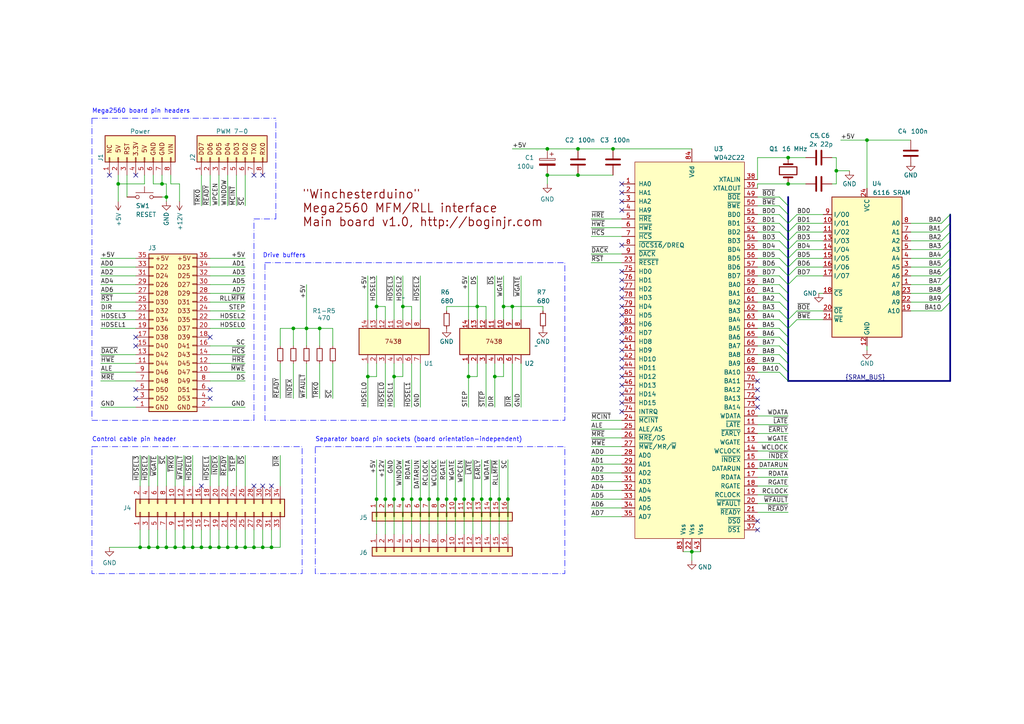
<source format=kicad_sch>
(kicad_sch (version 20250114) (generator "eeschema") (generator_version "9.0")
  (paper "A4")
  (lib_symbols
    (symbol "74xx:74HCT4051"
      (property "Reference" "U?" (at -10.922 2.794 0))
      (symbol "74HCT4051_1_1"
        (text "7438" (at -0.254 0 0) (effects (font (size 1.27 1.27))))
        (pin power_in line (at -7.62 6.35 270) (length 2.54) (name "") (number "14"))
        (pin passive line (at -7.62 -6.35 90) (length 2.54) (name "") (number "1"))
        (pin passive line (at -5.08 6.35 270) (length 2.54) (name "") (number "13"))
        (pin passive line (at -5.08 -6.35 90) (length 2.54) (name "") (number "2"))
        (pin passive line (at -2.54 6.35 270) (length 2.54) (name "") (number "12"))
        (pin passive line (at -2.54 -6.35 90) (length 2.54) (name "") (number "3"))
        (pin passive line (at 0 6.35 270) (length 2.54) (name "") (number "11"))
        (pin passive line (at 0 -6.35 90) (length 2.54) (name "") (number "4"))
        (pin passive line (at 2.54 6.35 270) (length 2.54) (name "") (number "10"))
        (pin passive line (at 2.54 -6.35 90) (length 2.54) (name "") (number "5"))
        (pin passive line (at 5.08 6.35 270) (length 2.54) (name "") (number "9"))
        (pin passive line (at 5.08 -6.35 90) (length 2.54) (name "") (number "6"))
        (pin passive line (at 7.62 6.35 270) (length 2.54) (name "") (number "8"))
        (pin power_in line (at 7.62 -6.35 90) (length 2.54) (name "") (number "7"))
      )
    )
    (symbol "Conn_01x08_1" (pin_names (offset 1.016) (hide yes))
      (property "Reference" "J1" (at 0 10.16 0))
      (property "Value" "Power" (at 7.62 0 90))
      (symbol "Conn_01x08_1_1_1"
        (text "NC" (at 2.54 7.62 0) (effects (font (size 1.27 1.27))))
        (text "5V" (at 2.54 5.08 0) (effects (font (size 1.27 1.27))))
        (text "RST" (at 2.54 2.54 0) (effects (font (size 1.27 1.27))))
        (text "3.3V" (at 2.54 0 0) (effects (font (size 1.27 1.27))))
        (text "5V" (at 2.54 -2.54 0) (effects (font (size 1.27 1.27))))
        (text "GND" (at 2.54 -5.08 0) (effects (font (size 1.27 1.27))))
        (text "GND" (at 2.54 -7.62 0) (effects (font (size 1.27 1.27))))
        (text "VIN" (at 2.54 -10.16 0) (effects (font (size 1.27 1.27))))
        (pin passive line (at -5.08 7.62 0) (length 3.81) (name "Pin_1") (number "1"))
        (pin passive line (at -5.08 5.08 0) (length 3.81) (name "Pin_2") (number "2"))
        (pin passive line (at -5.08 2.54 0) (length 3.81) (name "Pin_3") (number "3"))
        (pin passive line (at -5.08 0 0) (length 3.81) (name "Pin_4") (number "4"))
        (pin passive line (at -5.08 -2.54 0) (length 3.81) (name "Pin_5") (number "5"))
        (pin passive line (at -5.08 -5.08 0) (length 3.81) (name "Pin_6") (number "6"))
        (pin passive line (at -5.08 -7.62 0) (length 3.81) (name "Pin_7") (number "7"))
        (pin passive line (at -5.08 -10.16 0) (length 3.81) (name "Pin_8") (number "8"))
      )
    )
    (symbol "Connector_Generic:Conn_01x08" (pin_names (offset 1.016) (hide yes))
      (property "Reference" "J2" (at 0 10.16 0))
      (property "Value" "PWM 0-7" (at 7.62 -1.27 90))
      (symbol "Conn_01x08_1_1"
        (text "D07" (at 2.54 7.62 0) (effects (font (size 1.27 1.27))))
        (text "D06" (at 2.54 5.08 0) (effects (font (size 1.27 1.27))))
        (text "D05" (at 2.54 2.54 0) (effects (font (size 1.27 1.27))))
        (text "D04" (at 2.54 0 0) (effects (font (size 1.27 1.27))))
        (text "D03" (at 2.54 -2.54 0) (effects (font (size 1.27 1.27))))
        (text "D02" (at 2.54 -5.08 0) (effects (font (size 1.27 1.27))))
        (text "TX0" (at 2.54 -7.62 0) (effects (font (size 1.27 1.27))))
        (text "RX0" (at 2.54 -10.16 0) (effects (font (size 1.27 1.27))))
        (pin passive line (at -5.08 7.62 0) (length 3.81) (name "Pin_1") (number "1"))
        (pin passive line (at -5.08 5.08 0) (length 3.81) (name "Pin_2") (number "2"))
        (pin passive line (at -5.08 2.54 0) (length 3.81) (name "Pin_3") (number "3"))
        (pin passive line (at -5.08 0 0) (length 3.81) (name "Pin_4") (number "4"))
        (pin passive line (at -5.08 -2.54 0) (length 3.81) (name "Pin_5") (number "5"))
        (pin passive line (at -5.08 -5.08 0) (length 3.81) (name "Pin_6") (number "6"))
        (pin passive line (at -5.08 -7.62 0) (length 3.81) (name "Pin_7") (number "7"))
        (pin passive line (at -5.08 -10.16 0) (length 3.81) (name "Pin_8") (number "8"))
      )
    )
    (symbol "Connector_Generic:Conn_01x16" (pin_names (offset 1.016) (hide yes))
      (property "Reference" "J" (at 0 20.32 0))
      (property "Value" "Conn_01x16" (at 0 -22.86 0))
      (symbol "Conn_01x16_1_1"
        (pin passive line (at -5.08 17.78 0) (length 3.81) (name "Pin_1") (number "1"))
        (pin passive line (at -5.08 15.24 0) (length 3.81) (name "Pin_2") (number "2"))
        (pin passive line (at -5.08 12.7 0) (length 3.81) (name "Pin_3") (number "3"))
        (pin passive line (at -5.08 10.16 0) (length 3.81) (name "Pin_4") (number "4"))
        (pin passive line (at -5.08 7.62 0) (length 3.81) (name "Pin_5") (number "5"))
        (pin passive line (at -5.08 5.08 0) (length 3.81) (name "Pin_6") (number "6"))
        (pin passive line (at -5.08 2.54 0) (length 3.81) (name "Pin_7") (number "7"))
        (pin passive line (at -5.08 0 0) (length 3.81) (name "Pin_8") (number "8"))
        (pin passive line (at -5.08 -2.54 0) (length 3.81) (name "Pin_9") (number "9"))
        (pin passive line (at -5.08 -5.08 0) (length 3.81) (name "Pin_10") (number "10"))
        (pin passive line (at -5.08 -7.62 0) (length 3.81) (name "Pin_11") (number "11"))
        (pin passive line (at -5.08 -10.16 0) (length 3.81) (name "Pin_12") (number "12"))
        (pin passive line (at -5.08 -12.7 0) (length 3.81) (name "Pin_13") (number "13"))
        (pin passive line (at -5.08 -15.24 0) (length 3.81) (name "Pin_14") (number "14"))
        (pin passive line (at -5.08 -17.78 0) (length 3.81) (name "Pin_15") (number "15"))
        (pin passive line (at -5.08 -20.32 0) (length 3.81) (name "Pin_16") (number "16"))
      )
    )
    (symbol "Connector_Generic:Conn_02x17_Odd_Even" (pin_names (offset 1.016) (hide yes))
      (property "Reference" "J" (at 1.27 22.86 0))
      (property "Value" "Conn_02x17_Odd_Even" (at 1.27 -22.86 0))
      (symbol "Conn_02x17_Odd_Even_1_1"
        (pin passive line (at -5.08 20.32 0) (length 3.81) (name "Pin_1") (number "1"))
        (pin passive line (at -5.08 17.78 0) (length 3.81) (name "Pin_3") (number "3"))
        (pin passive line (at -5.08 15.24 0) (length 3.81) (name "Pin_5") (number "5"))
        (pin passive line (at -5.08 12.7 0) (length 3.81) (name "Pin_7") (number "7"))
        (pin passive line (at -5.08 10.16 0) (length 3.81) (name "Pin_9") (number "9"))
        (pin passive line (at -5.08 7.62 0) (length 3.81) (name "Pin_11") (number "11"))
        (pin passive line (at -5.08 5.08 0) (length 3.81) (name "Pin_13") (number "13"))
        (pin passive line (at -5.08 2.54 0) (length 3.81) (name "Pin_15") (number "15"))
        (pin passive line (at -5.08 0 0) (length 3.81) (name "Pin_17") (number "17"))
        (pin passive line (at -5.08 -2.54 0) (length 3.81) (name "Pin_19") (number "19"))
        (pin passive line (at -5.08 -5.08 0) (length 3.81) (name "Pin_21") (number "21"))
        (pin passive line (at -5.08 -7.62 0) (length 3.81) (name "Pin_23") (number "23"))
        (pin passive line (at -5.08 -10.16 0) (length 3.81) (name "Pin_25") (number "25"))
        (pin passive line (at -5.08 -12.7 0) (length 3.81) (name "Pin_27") (number "27"))
        (pin passive line (at -5.08 -15.24 0) (length 3.81) (name "Pin_29") (number "29"))
        (pin passive line (at -5.08 -17.78 0) (length 3.81) (name "Pin_31") (number "31"))
        (pin passive line (at -5.08 -20.32 0) (length 3.81) (name "Pin_33") (number "33"))
        (pin passive line (at 7.62 20.32 180) (length 3.81) (name "Pin_2") (number "2"))
        (pin passive line (at 7.62 17.78 180) (length 3.81) (name "Pin_4") (number "4"))
        (pin passive line (at 7.62 15.24 180) (length 3.81) (name "Pin_6") (number "6"))
        (pin passive line (at 7.62 12.7 180) (length 3.81) (name "Pin_8") (number "8"))
        (pin passive line (at 7.62 10.16 180) (length 3.81) (name "Pin_10") (number "10"))
        (pin passive line (at 7.62 7.62 180) (length 3.81) (name "Pin_12") (number "12"))
        (pin passive line (at 7.62 5.08 180) (length 3.81) (name "Pin_14") (number "14"))
        (pin passive line (at 7.62 2.54 180) (length 3.81) (name "Pin_16") (number "16"))
        (pin passive line (at 7.62 0 180) (length 3.81) (name "Pin_18") (number "18"))
        (pin passive line (at 7.62 -2.54 180) (length 3.81) (name "Pin_20") (number "20"))
        (pin passive line (at 7.62 -5.08 180) (length 3.81) (name "Pin_22") (number "22"))
        (pin passive line (at 7.62 -7.62 180) (length 3.81) (name "Pin_24") (number "24"))
        (pin passive line (at 7.62 -10.16 180) (length 3.81) (name "Pin_26") (number "26"))
        (pin passive line (at 7.62 -12.7 180) (length 3.81) (name "Pin_28") (number "28"))
        (pin passive line (at 7.62 -15.24 180) (length 3.81) (name "Pin_30") (number "30"))
        (pin passive line (at 7.62 -17.78 180) (length 3.81) (name "Pin_32") (number "32"))
        (pin passive line (at 7.62 -20.32 180) (length 3.81) (name "Pin_34") (number "34"))
      )
    )
    (symbol "Connector_Generic:Conn_02x18_Odd_Even" (pin_names (offset 1.016) (hide yes))
      (property "Reference" "J3" (at 0 -25.4 0))
      (symbol "Conn_02x18_Odd_Even_1_1"
        (text "GND" (at 2.54 20.32 0) (effects (font (size 1.27 1.27))))
        (text "D52" (at 2.54 17.78 0) (effects (font (size 1.27 1.27))))
        (text "D50" (at 2.54 15.24 0) (effects (font (size 1.27 1.27))))
        (text "D48" (at 2.54 12.7 0) (effects (font (size 1.27 1.27))))
        (text "D46" (at 2.54 10.16 0) (effects (font (size 1.27 1.27))))
        (text "D44" (at 2.54 7.62 0) (effects (font (size 1.27 1.27))))
        (text "D42" (at 2.54 5.08 0) (effects (font (size 1.27 1.27))))
        (text "D40" (at 2.54 2.54 0) (effects (font (size 1.27 1.27))))
        (text "D38" (at 2.54 0 0) (effects (font (size 1.27 1.27))))
        (text "D36" (at 2.54 -2.54 0) (effects (font (size 1.27 1.27))))
        (text "D34" (at 2.54 -5.08 0) (effects (font (size 1.27 1.27))))
        (text "D32" (at 2.54 -7.62 0) (effects (font (size 1.27 1.27))))
        (text "D30" (at 2.54 -10.16 0) (effects (font (size 1.27 1.27))))
        (text "D28" (at 2.54 -12.7 0) (effects (font (size 1.27 1.27))))
        (text "D26" (at 2.54 -15.24 0) (effects (font (size 1.27 1.27))))
        (text "D24" (at 2.54 -17.78 0) (effects (font (size 1.27 1.27))))
        (text "D22" (at 2.54 -20.32 0) (effects (font (size 1.27 1.27))))
        (text "+5V" (at 2.54 -22.86 0) (effects (font (size 1.27 1.27))))
        (text "GND" (at 8.89 20.32 0) (effects (font (size 1.27 1.27))))
        (text "D53" (at 8.89 17.78 0) (effects (font (size 1.27 1.27))))
        (text "D51" (at 8.89 15.24 0) (effects (font (size 1.27 1.27))))
        (text "D49" (at 8.89 12.7 0) (effects (font (size 1.27 1.27))))
        (text "D47" (at 8.89 10.16 0) (effects (font (size 1.27 1.27))))
        (text "D45" (at 8.89 7.62 0) (effects (font (size 1.27 1.27))))
        (text "D43" (at 8.89 5.08 0) (effects (font (size 1.27 1.27))))
        (text "D41" (at 8.89 2.54 0) (effects (font (size 1.27 1.27))))
        (text "D39" (at 8.89 0 0) (effects (font (size 1.27 1.27))))
        (text "D37" (at 8.89 -2.54 0) (effects (font (size 1.27 1.27))))
        (text "D35" (at 8.89 -5.08 0) (effects (font (size 1.27 1.27))))
        (text "D33" (at 8.89 -7.62 0) (effects (font (size 1.27 1.27))))
        (text "D31" (at 8.89 -10.16 0) (effects (font (size 1.27 1.27))))
        (text "D29" (at 8.89 -12.7 0) (effects (font (size 1.27 1.27))))
        (text "D27" (at 8.89 -15.24 0) (effects (font (size 1.27 1.27))))
        (text "D25" (at 8.89 -17.78 0) (effects (font (size 1.27 1.27))))
        (text "D23" (at 8.89 -20.32 0) (effects (font (size 1.27 1.27))))
        (text "+5V" (at 8.89 -22.86 0) (effects (font (size 1.27 1.27))))
        (pin passive line (at -5.08 20.32 0) (length 3.81) (name "Pin_1") (number "1"))
        (pin passive line (at -5.08 17.78 0) (length 3.81) (name "Pin_3") (number "3"))
        (pin passive line (at -5.08 15.24 0) (length 3.81) (name "Pin_5") (number "5"))
        (pin passive line (at -5.08 12.7 0) (length 3.81) (name "Pin_7") (number "7"))
        (pin passive line (at -5.08 10.16 0) (length 3.81) (name "Pin_9") (number "9"))
        (pin passive line (at -5.08 7.62 0) (length 3.81) (name "Pin_11") (number "11"))
        (pin passive line (at -5.08 5.08 0) (length 3.81) (name "Pin_13") (number "13"))
        (pin passive line (at -5.08 2.54 0) (length 3.81) (name "Pin_15") (number "15"))
        (pin passive line (at -5.08 0 0) (length 3.81) (name "Pin_17") (number "17"))
        (pin passive line (at -5.08 -2.54 0) (length 3.81) (name "Pin_19") (number "19"))
        (pin passive line (at -5.08 -5.08 0) (length 3.81) (name "Pin_21") (number "21"))
        (pin passive line (at -5.08 -7.62 0) (length 3.81) (name "Pin_23") (number "23"))
        (pin passive line (at -5.08 -10.16 0) (length 3.81) (name "Pin_25") (number "25"))
        (pin passive line (at -5.08 -12.7 0) (length 3.81) (name "Pin_27") (number "27"))
        (pin passive line (at -5.08 -15.24 0) (length 3.81) (name "Pin_29") (number "29"))
        (pin passive line (at -5.08 -17.78 0) (length 3.81) (name "Pin_31") (number "31"))
        (pin passive line (at -5.08 -20.32 0) (length 3.81) (name "Pin_33") (number "33"))
        (pin passive line (at -5.08 -22.86 0) (length 3.81) (name "Pin_35") (number "35"))
        (pin passive line (at 16.51 20.32 180) (length 3.81) (name "Pin_2") (number "2"))
        (pin passive line (at 16.51 17.78 180) (length 3.81) (name "Pin_4") (number "4"))
        (pin passive line (at 16.51 15.24 180) (length 3.81) (name "Pin_6") (number "6"))
        (pin passive line (at 16.51 12.7 180) (length 3.81) (name "Pin_8") (number "8"))
        (pin passive line (at 16.51 10.16 180) (length 3.81) (name "Pin_10") (number "10"))
        (pin passive line (at 16.51 7.62 180) (length 3.81) (name "Pin_12") (number "12"))
        (pin passive line (at 16.51 5.08 180) (length 3.81) (name "Pin_14") (number "14"))
        (pin passive line (at 16.51 2.54 180) (length 3.81) (name "Pin_16") (number "16"))
        (pin passive line (at 16.51 0 180) (length 3.81) (name "Pin_18") (number "18"))
        (pin passive line (at 16.51 -2.54 180) (length 3.81) (name "Pin_20") (number "20"))
        (pin passive line (at 16.51 -5.08 180) (length 3.81) (name "Pin_22") (number "22"))
        (pin passive line (at 16.51 -7.62 180) (length 3.81) (name "Pin_24") (number "24"))
        (pin passive line (at 16.51 -10.16 180) (length 3.81) (name "Pin_26") (number "26"))
        (pin passive line (at 16.51 -12.7 180) (length 3.81) (name "Pin_28") (number "28"))
        (pin passive line (at 16.51 -15.24 180) (length 3.81) (name "Pin_30") (number "30"))
        (pin passive line (at 16.51 -17.78 180) (length 3.81) (name "Pin_32") (number "32"))
        (pin passive line (at 16.51 -20.32 180) (length 3.81) (name "Pin_34") (number "34"))
        (pin passive line (at 16.51 -22.86 180) (length 3.81) (name "Pin_36") (number "36"))
      )
    )
    (symbol "Device:C" (pin_numbers (hide yes)) (pin_names (offset 0.254))
      (property "Reference" "C" (at 0.635 2.54 0))
      (property "Value" "C" (at 0.635 -2.54 0))
      (symbol "C_1_1"
        (pin passive line (at 0 3.81 270) (length 2.794) (name "~") (number "1"))
        (pin passive line (at 0 -3.81 90) (length 2.794) (name "~") (number "2"))
      )
    )
    (symbol "Device:C_Polarized" (pin_numbers (hide yes)) (pin_names (offset 0.254))
      (property "Reference" "C" (at 0.635 2.54 0))
      (property "Value" "C_Polarized" (at 0.635 -2.54 0))
      (symbol "C_Polarized_1_1"
        (pin passive line (at 0 3.81 270) (length 2.794) (name "~") (number "1"))
        (pin passive line (at 0 -3.81 90) (length 2.794) (name "~") (number "2"))
      )
    )
    (symbol "Device:Crystal" (pin_numbers (hide yes)) (pin_names (offset 1.016) (hide yes))
      (property "Reference" "Y" (at 0 3.81 0))
      (property "Value" "Crystal" (at 0 -3.81 0))
      (symbol "Crystal_1_1"
        (pin passive line (at -3.81 0 0) (length 1.27) (name "1") (number "1"))
        (pin passive line (at 3.81 0 180) (length 1.27) (name "2") (number "2"))
      )
    )
    (symbol "Device:R_Small" (pin_numbers (hide yes)) (pin_names (offset 0.254) (hide yes))
      (property "Reference" "R" (at 0 0 90))
      (property "Value" "R_Small" (at 1.778 0 90))
      (symbol "R_Small_1_1"
        (pin passive line (at 0 2.54 270) (length 0.762) (name "~") (number "1"))
        (pin passive line (at 0 -2.54 90) (length 0.762) (name "~") (number "2"))
      )
    )
    (symbol "Interface_MFM:WD42C22A" (pin_names (offset 1.016))
      (property "Reference" "U?" (at -16.51 57.15 0))
      (property "Value" "WD42C22A" (at 13.97 57.15 0))
      (symbol "WD42C22A_0_0"
        (text "" (at -34.29 100.33 0) (effects (font (size 1.27 1.27))))
        (text "" (at 7.62 -87.63 0) (effects (font (size 1.27 1.27))))
      )
      (symbol "WD42C22A_1_1"
        (pin input line (at -20.32 49.53 0) (length 3.81) (name "HA0") (number "1"))
        (pin input line (at -20.32 46.99 0) (length 3.81) (name "HA1") (number "2"))
        (pin input line (at -20.32 44.45 0) (length 3.81) (name "HA2") (number "3"))
        (pin input line (at -20.32 41.91 0) (length 3.81) (name "HA9") (number "4"))
        (pin input line (at -20.32 39.37 0) (length 3.81) (name "~{HRE}") (number "5"))
        (pin input line (at -20.32 36.83 0) (length 3.81) (name "~{HWE}") (number "6"))
        (pin input line (at -20.32 34.29 0) (length 3.81) (name "~{HCS}") (number "7"))
        (pin output line (at -20.32 31.75 0) (length 3.81) (name "~{IOCS16}/DREQ") (number "8"))
        (pin input line (at -20.32 29.21 0) (length 3.81) (name "~{DACK}") (number "9"))
        (pin bidirectional line (at -20.32 26.67 0) (length 3.81) (name "~{RESET}") (number "23"))
        (pin bidirectional line (at -20.32 24.13 0) (length 3.81) (name "HD0") (number "75"))
        (pin bidirectional line (at -20.32 21.59 0) (length 3.81) (name "HD1") (number "76"))
        (pin bidirectional line (at -20.32 19.05 0) (length 3.81) (name "HD2") (number "77"))
        (pin bidirectional line (at -20.32 16.51 0) (length 3.81) (name "HD3") (number "78"))
        (pin bidirectional line (at -20.32 13.97 0) (length 3.81) (name "HD4") (number "79"))
        (pin bidirectional line (at -20.32 11.43 0) (length 3.81) (name "HD5") (number "80"))
        (pin bidirectional line (at -20.32 8.89 0) (length 3.81) (name "HD6") (number "81"))
        (pin bidirectional line (at -20.32 6.35 0) (length 3.81) (name "HD7") (number "82"))
        (pin bidirectional line (at -20.32 3.81 0) (length 3.81) (name "HD8") (number "40"))
        (pin bidirectional line (at -20.32 1.27 0) (length 3.81) (name "HD9") (number "41"))
        (pin bidirectional line (at -20.32 -1.27 0) (length 3.81) (name "HD10") (number "42"))
        (pin bidirectional line (at -20.32 -3.81 0) (length 3.81) (name "HD11") (number "44"))
        (pin bidirectional line (at -20.32 -6.35 0) (length 3.81) (name "HD12") (number "45"))
        (pin bidirectional line (at -20.32 -8.89 0) (length 3.81) (name "HD13") (number "46"))
        (pin bidirectional line (at -20.32 -11.43 0) (length 3.81) (name "HD14") (number "47"))
        (pin bidirectional line (at -20.32 -13.97 0) (length 3.81) (name "HD15") (number "48"))
        (pin output line (at -20.32 -16.51 0) (length 3.81) (name "INTRQ") (number "74"))
        (pin output line (at -20.32 -19.05 0) (length 3.81) (name "~{MCINT}") (number "24"))
        (pin input line (at -20.32 -21.59 0) (length 3.81) (name "ALE/AS") (number "25"))
        (pin input line (at -20.32 -24.13 0) (length 3.81) (name "~{MRE}/DS") (number "26"))
        (pin input line (at -20.32 -26.67 0) (length 3.81) (name "~{MWE}/MR/~{W}") (number "27"))
        (pin bidirectional line (at -20.32 -29.21 0) (length 3.81) (name "AD0") (number "28"))
        (pin bidirectional line (at -20.32 -31.75 0) (length 3.81) (name "AD1") (number "29"))
        (pin bidirectional line (at -20.32 -34.29 0) (length 3.81) (name "AD2") (number "30"))
        (pin bidirectional line (at -20.32 -36.83 0) (length 3.81) (name "AD3") (number "31"))
        (pin bidirectional line (at -20.32 -39.37 0) (length 3.81) (name "AD4") (number "32"))
        (pin bidirectional line (at -20.32 -41.91 0) (length 3.81) (name "AD5") (number "33"))
        (pin bidirectional line (at -20.32 -44.45 0) (length 3.81) (name "AD6") (number "34"))
        (pin bidirectional line (at -20.32 -46.99 0) (length 3.81) (name "AD7") (number "35"))
        (pin power_in line (at -2.54 -57.15 90) (length 3.81) (name "Vss") (number "83"))
        (pin power_in line (at 0 59.69 270) (length 3.81) (name "Vdd") (number "84"))
        (pin power_in line (at 0 -57.15 90) (length 3.81) (name "Vss") (number "22"))
        (pin power_in line (at 2.54 -57.15 90) (length 3.81) (name "Vss") (number "43"))
        (pin input line (at 19.05 50.8 180) (length 3.81) (name "XTALIN") (number "38"))
        (pin output line (at 19.05 48.26 180) (length 3.81) (name "XTALOUT") (number "39"))
        (pin output line (at 19.05 45.72 180) (length 3.81) (name "~{BOE}") (number "49"))
        (pin output line (at 19.05 43.18 180) (length 3.81) (name "~{BWE}") (number "50"))
        (pin bidirectional line (at 19.05 40.64 180) (length 3.81) (name "BD0") (number "51"))
        (pin bidirectional line (at 19.05 38.1 180) (length 3.81) (name "BD1") (number "52"))
        (pin bidirectional line (at 19.05 35.56 180) (length 3.81) (name "BD2") (number "53"))
        (pin bidirectional line (at 19.05 33.02 180) (length 3.81) (name "BD3") (number "54"))
        (pin bidirectional line (at 19.05 30.48 180) (length 3.81) (name "BD4") (number "55"))
        (pin bidirectional line (at 19.05 27.94 180) (length 3.81) (name "BD5") (number "56"))
        (pin bidirectional line (at 19.05 25.4 180) (length 3.81) (name "BD6") (number "57"))
        (pin bidirectional line (at 19.05 22.86 180) (length 3.81) (name "BD7") (number "58"))
        (pin bidirectional line (at 19.05 20.32 180) (length 3.81) (name "BA0") (number "59"))
        (pin bidirectional line (at 19.05 17.78 180) (length 3.81) (name "BA1") (number "60"))
        (pin bidirectional line (at 19.05 15.24 180) (length 3.81) (name "BA2") (number "61"))
        (pin bidirectional line (at 19.05 12.7 180) (length 3.81) (name "BA3") (number "62"))
        (pin bidirectional line (at 19.05 10.16 180) (length 3.81) (name "BA4") (number "63"))
        (pin bidirectional line (at 19.05 7.62 180) (length 3.81) (name "BA5") (number "64"))
        (pin bidirectional line (at 19.05 5.08 180) (length 3.81) (name "BA6") (number "65"))
        (pin bidirectional line (at 19.05 2.54 180) (length 3.81) (name "BA7") (number "66"))
        (pin bidirectional line (at 19.05 0 180) (length 3.81) (name "BA8") (number "67"))
        (pin bidirectional line (at 19.05 -2.54 180) (length 3.81) (name "BA9") (number "68"))
        (pin bidirectional line (at 19.05 -5.08 180) (length 3.81) (name "BA10") (number "69"))
        (pin bidirectional line (at 19.05 -7.62 180) (length 3.81) (name "BA11") (number "70"))
        (pin bidirectional line (at 19.05 -10.16 180) (length 3.81) (name "BA12") (number "71"))
        (pin bidirectional line (at 19.05 -12.7 180) (length 3.81) (name "BA13") (number "72"))
        (pin bidirectional line (at 19.05 -15.24 180) (length 3.81) (name "BA14") (number "73"))
        (pin output line (at 19.05 -17.78 180) (length 3.81) (name "WDATA") (number "10"))
        (pin output line (at 19.05 -20.32 180) (length 3.81) (name "~{LATE}") (number "11"))
        (pin output line (at 19.05 -22.86 180) (length 3.81) (name "~{EARLY}") (number "12"))
        (pin output line (at 19.05 -25.4 180) (length 3.81) (name "WGATE") (number "13"))
        (pin input line (at 19.05 -27.94 180) (length 3.81) (name "WCLOCK") (number "14"))
        (pin input line (at 19.05 -30.48 180) (length 3.81) (name "~{INDEX}") (number "15"))
        (pin input line (at 19.05 -33.02 180) (length 3.81) (name "DATARUN") (number "16"))
        (pin input line (at 19.05 -35.56 180) (length 3.81) (name "RDATA") (number "17"))
        (pin output line (at 19.05 -38.1 180) (length 3.81) (name "RGATE") (number "18"))
        (pin input line (at 19.05 -40.64 180) (length 3.81) (name "RCLOCK") (number "19"))
        (pin input line (at 19.05 -43.18 180) (length 3.81) (name "~{WFAULT}") (number "20"))
        (pin input line (at 19.05 -45.72 180) (length 3.81) (name "~{READY}") (number "21"))
        (pin output line (at 19.05 -48.26 180) (length 3.81) (name "~{DS0}") (number "36"))
        (pin output line (at 19.05 -50.8 180) (length 3.81) (name "~{DS1}") (number "37"))
      )
    )
    (symbol "Memory_RAM:HY6264AxP"
      (property "Reference" "U4" (at -4.2321 24.1954 0))
      (property "Value" "6116 SRAM" (at -12.7 21.59 0))
      (symbol "HY6264AxP_1_0"
        (pin power_in line (at 0 22.86 270) (length 2.54) (name "VCC") (number "24"))
        (pin power_in line (at 0 -22.86 90) (length 2.54) (name "GND") (number "12"))
      )
      (symbol "HY6264AxP_1_1"
        (pin input line (at -12.7 12.7 0) (length 2.54) (name "A0") (number "8"))
        (pin input line (at -12.7 10.16 0) (length 2.54) (name "A1") (number "7"))
        (pin input line (at -12.7 7.62 0) (length 2.54) (name "A2") (number "6"))
        (pin input line (at -12.7 5.08 0) (length 2.54) (name "A3") (number "5"))
        (pin input line (at -12.7 2.54 0) (length 2.54) (name "A4") (number "4"))
        (pin input line (at -12.7 0 0) (length 2.54) (name "A5") (number "3"))
        (pin input line (at -12.7 -2.54 0) (length 2.54) (name "A6") (number "2"))
        (pin input line (at -12.7 -5.08 0) (length 2.54) (name "A7") (number "1"))
        (pin input line (at -12.7 -7.62 0) (length 2.54) (name "A8") (number "23"))
        (pin input line (at -12.7 -10.16 0) (length 2.54) (name "A9") (number "22"))
        (pin input line (at -12.7 -12.7 0) (length 2.54) (name "A10") (number "19"))
        (pin tri_state line (at 12.7 15.24 180) (length 2.54) (name "I/O0") (number "9"))
        (pin tri_state line (at 12.7 12.7 180) (length 2.54) (name "I/O1") (number "10"))
        (pin tri_state line (at 12.7 10.16 180) (length 2.54) (name "I/O2") (number "11"))
        (pin tri_state line (at 12.7 7.62 180) (length 2.54) (name "I/O3") (number "13"))
        (pin tri_state line (at 12.7 5.08 180) (length 2.54) (name "I/O4") (number "14"))
        (pin tri_state line (at 12.7 2.54 180) (length 2.54) (name "I/O5") (number "15"))
        (pin tri_state line (at 12.7 0 180) (length 2.54) (name "I/O6") (number "16"))
        (pin tri_state line (at 12.7 -2.54 180) (length 2.54) (name "I/O7") (number "17"))
        (pin input line (at 12.7 -7.62 180) (length 2.54) (name "~{CS}") (number "18"))
        (pin input line (at 12.7 -12.7 180) (length 2.54) (name "~{OE}") (number "20"))
        (pin input line (at 12.7 -15.24 180) (length 2.54) (name "~{WE}") (number "21"))
      )
    )
    (symbol "Switch:SW_Push" (pin_numbers (hide yes)) (pin_names (offset 1.016) (hide yes))
      (property "Reference" "SW" (at 1.27 2.54 0))
      (property "Value" "SW_Push" (at 0 -1.524 0))
      (symbol "SW_Push_0_1"
        (pin passive line (at -5.08 0 0) (length 2.54) (name "1") (number "1"))
        (pin passive line (at 5.08 0 180) (length 2.54) (name "2") (number "2"))
      )
    )
    (symbol "power:+5V" (power) (pin_names (offset 0))
      (property "Value" "+5V" (at 0 3.556 0))
      (symbol "+5V_1_1"
        (pin power_in line (at 0 0 90) (length 0) (hide yes) (name "+5V") (number "1"))
      )
    )
    (symbol "power:GND" (power) (pin_names (offset 0))
      (property "Value" "GND" (at 0 -3.81 0))
      (symbol "GND_1_1"
        (pin power_in line (at 0 0 270) (length 0) (hide yes) (name "GND") (number "1"))
      )
    )
  )
  (bus_alias "SRAM_BUS" (members "~{BOE}" "~{BWE}" "BD[0..7]" "BA[0..10]"))
  (rectangle (start 76.8485 76.196) (end 163.8299 121.916) (stroke (width 0) (type dash_dot) (color 0 0 255 1)))
  (rectangle (start 26.67 129.54) (end 87.63 166.37) (stroke (width 0) (type dash_dot) (color 0 0 255 1)))
  (rectangle (start 91.44 129.54) (end 163.83 166.37) (stroke (width 0) (type dash_dot) (color 0 0 255 1)))
  (text "Control cable pin header" (at 26.67 128.27 0) (effects (font (size 1.27 1.27)) (justify left bottom)))
  (text "Drive buffers" (at 76.2 74.93 0) (effects (font (size 1.27 1.27)) (justify left bottom)))
  (text "Separator board pin sockets (board orientation-independent)" (at 91.44 128.27 0) (effects (font (size 1.27 1.27)) (justify left bottom)))
  (text "," (at 237.49 39.37 0) (effects (font (size 1.6 1.6) (thickness 0.1875))))
  (text "\"Winchesterduino\"\nMega2560 MFM/RLL interface\nMain board v1.0, http://boginjr.com" (at 87.63 66.04 0) (effects (font (size 2.5 2.5) (thickness 0.254) (bold yes)) (justify left bottom)))
  (text "R1-R5\n470" (at 93.98 91.44 0) (effects (font (size 1.27 1.27))))
  (text "Mega2560 board pin headers" (at 26.67 33.02 0) (effects (font (size 1.27 1.27)) (justify left bottom)))
  (junction (at 158.75 50.8))
  (junction (at 106.68 109.22))
  (junction (at 137.16 144.78))
  (junction (at 45.72 158.75))
  (junction (at 144.78 144.78))
  (junction (at 119.38 144.78))
  (junction (at 158.75 43.18))
  (junction (at 71.12 158.75))
  (junction (at 50.8 158.75))
  (junction (at 142.24 144.78))
  (junction (at 116.84 88.9))
  (junction (at 146.05 88.9))
  (junction (at 114.3 144.78))
  (junction (at 73.66 158.75))
  (junction (at 63.5 158.75))
  (junction (at 177.8 43.18))
  (junction (at 148.59 88.9))
  (junction (at 228.6 53.34))
  (junction (at 228.6 45.72))
  (junction (at 139.7 144.78))
  (junction (at 48.26 158.75))
  (junction (at 76.2 158.75))
  (junction (at 147.32 144.78))
  (junction (at 60.96 158.75))
  (junction (at 129.54 144.78))
  (junction (at 43.18 158.75))
  (junction (at 68.58 158.75))
  (junction (at 114.3 109.22))
  (junction (at 135.89 109.22))
  (junction (at 58.42 158.75))
  (junction (at 111.76 144.78))
  (junction (at 121.92 144.78))
  (junction (at 167.64 43.18))
  (junction (at 134.62 144.78))
  (junction (at 116.84 144.78))
  (junction (at 92.71 95.25))
  (junction (at 109.22 144.78))
  (junction (at 78.74 158.75))
  (junction (at 138.43 88.9))
  (junction (at 251.46 40.64))
  (junction (at 48.26 57.15))
  (junction (at 85.09 95.25))
  (junction (at 53.34 158.75))
  (junction (at 109.22 88.9))
  (junction (at 66.04 158.75))
  (junction (at 124.46 144.78))
  (junction (at 242.57 49.53))
  (junction (at 200.66 160.02))
  (junction (at 46.99 53.34))
  (junction (at 167.64 50.8))
  (junction (at 127 144.78))
  (junction (at 34.29 53.34))
  (junction (at 88.9 95.25))
  (junction (at 40.64 158.75))
  (junction (at 143.51 109.22))
  (junction (at 132.08 144.78))
  (junction (at 55.88 158.75))
  (no_connect (at 39.37 115.57))
  (no_connect (at 73.66 140.97))
  (no_connect (at 60.96 113.03))
  (no_connect (at 60.96 115.57))
  (no_connect (at 180.34 104.14))
  (no_connect (at 180.34 78.74))
  (no_connect (at 219.71 113.03))
  (no_connect (at 180.34 114.3))
  (no_connect (at 76.2 140.97))
  (no_connect (at 60.96 97.79))
  (no_connect (at 180.34 109.22))
  (no_connect (at 180.34 55.88))
  (no_connect (at 180.34 111.76))
  (no_connect (at 180.34 106.68))
  (no_connect (at 180.34 99.06))
  (no_connect (at 180.34 93.98))
  (no_connect (at 39.37 113.03))
  (no_connect (at 180.34 81.28))
  (no_connect (at 219.71 153.67))
  (no_connect (at 39.37 97.79))
  (no_connect (at 58.42 140.97))
  (no_connect (at 180.34 116.84))
  (no_connect (at 180.34 119.38))
  (no_connect (at 180.34 83.82))
  (no_connect (at 39.37 50.8))
  (no_connect (at 180.34 71.12))
  (no_connect (at 180.34 96.52))
  (no_connect (at 39.37 100.33))
  (no_connect (at 180.34 91.44))
  (no_connect (at 180.34 58.42))
  (no_connect (at 180.34 88.9))
  (no_connect (at 180.34 60.96))
  (no_connect (at 180.34 53.34))
  (no_connect (at 76.2 50.8))
  (no_connect (at 180.34 86.36))
  (no_connect (at 219.71 118.11))
  (no_connect (at 78.74 140.97))
  (no_connect (at 31.75 50.8))
  (no_connect (at 219.71 115.57))
  (no_connect (at 219.71 110.49))
  (no_connect (at 180.34 101.6))
  (no_connect (at 219.71 151.13))
  (no_connect (at 73.66 50.8))
  (bus_entry (at 228.6 72.39) (size 2.54 -2.54))
  (bus_entry (at 275.59 74.93) (size -2.54 2.54))
  (bus_entry (at 275.59 80.01) (size -2.54 2.54))
  (bus_entry (at 275.59 62.23) (size -2.54 2.54))
  (bus_entry (at 275.59 82.55) (size -2.54 2.54))
  (bus_entry (at 228.6 77.47) (size -2.54 -2.54))
  (bus_entry (at 228.6 62.23) (size -2.54 -2.54))
  (bus_entry (at 228.6 92.71) (size -2.54 -2.54))
  (bus_entry (at 228.6 85.09) (size -2.54 -2.54))
  (bus_entry (at 275.59 67.31) (size -2.54 2.54))
  (bus_entry (at 228.6 82.55) (size 2.54 -2.54))
  (bus_entry (at 228.6 92.71) (size 2.54 -2.54))
  (bus_entry (at 228.6 90.17) (size -2.54 -2.54))
  (bus_entry (at 275.59 72.39) (size -2.54 2.54))
  (bus_entry (at 228.6 80.01) (size 2.54 -2.54))
  (bus_entry (at 228.6 64.77) (size -2.54 -2.54))
  (bus_entry (at 228.6 95.25) (size -2.54 -2.54))
  (bus_entry (at 228.6 97.79) (size -2.54 -2.54))
  (bus_entry (at 275.59 87.63) (size -2.54 2.54))
  (bus_entry (at 228.6 87.63) (size -2.54 -2.54))
  (bus_entry (at 228.6 110.49) (size -2.54 -2.54))
  (bus_entry (at 275.59 77.47) (size -2.54 2.54))
  (bus_entry (at 228.6 69.85) (size 2.54 -2.54))
  (bus_entry (at 228.6 64.77) (size 2.54 -2.54))
  (bus_entry (at 228.6 74.93) (size -2.54 -2.54))
  (bus_entry (at 275.59 64.77) (size -2.54 2.54))
  (bus_entry (at 228.6 107.95) (size -2.54 -2.54))
  (bus_entry (at 228.6 77.47) (size 2.54 -2.54))
  (bus_entry (at 228.6 105.41) (size -2.54 -2.54))
  (bus_entry (at 228.6 59.69) (size -2.54 -2.54))
  (bus_entry (at 228.6 67.31) (size 2.54 -2.54))
  (bus_entry (at 275.59 69.85) (size -2.54 2.54))
  (bus_entry (at 228.6 67.31) (size -2.54 -2.54))
  (bus_entry (at 228.6 95.25) (size 2.54 -2.54))
  (bus_entry (at 228.6 72.39) (size -2.54 -2.54))
  (bus_entry (at 228.6 100.33) (size -2.54 -2.54))
  (bus_entry (at 228.6 80.01) (size -2.54 -2.54))
  (bus_entry (at 228.6 74.93) (size 2.54 -2.54))
  (bus_entry (at 228.6 82.55) (size -2.54 -2.54))
  (bus_entry (at 275.59 85.09) (size -2.54 2.54))
  (bus_entry (at 228.6 102.87) (size -2.54 -2.54))
  (bus_entry (at 228.6 69.85) (size -2.54 -2.54))
  (wire (pts (xy 81.28 153.67) (xy 81.28 158.75)))
  (wire (pts (xy 106.68 109.22) (xy 109.22 109.22)))
  (wire (pts (xy 85.09 95.25) (xy 88.9 95.25)))
  (wire (pts (xy 219.71 105.41) (xy 226.06 105.41)))
  (wire (pts (xy 48.26 57.15) (xy 48.26 58.42)))
  (wire (pts (xy 66.04 50.8) (xy 66.04 59.69)))
  (bus (pts (xy 228.6 57.15) (xy 228.6 59.69)) (stroke (width 0.5)))
  (bus (pts (xy 228.6 100.33) (xy 228.6 102.87)) (stroke (width 0.5)))
  (bus (pts (xy 275.59 85.09) (xy 275.59 87.63)) (stroke (width 0.5)))
  (bus (pts (xy 228.6 69.85) (xy 228.6 72.39)) (stroke (width 0.5)))
  (wire (pts (xy 34.29 58.42) (xy 34.29 53.34)))
  (wire (pts (xy 241.3 53.34) (xy 242.57 53.34)))
  (wire (pts (xy 219.71 82.55) (xy 226.06 82.55)))
  (bus (pts (xy 275.59 82.55) (xy 275.59 85.09)) (stroke (width 0.5)))
  (wire (pts (xy 106.68 92.71) (xy 106.68 80.01)))
  (wire (pts (xy 219.71 138.43) (xy 228.6 138.43)))
  (wire (pts (xy 106.68 109.22) (xy 106.68 118.11)))
  (wire (pts (xy 58.42 158.75) (xy 60.96 158.75)))
  (wire (pts (xy 111.76 92.71) (xy 111.76 88.9)))
  (bus (pts (xy 228.6 87.63) (xy 228.6 90.17)) (stroke (width 0.5)))
  (wire (pts (xy 219.71 135.89) (xy 228.6 135.89)))
  (wire (pts (xy 50.8 132.08) (xy 50.8 140.97)))
  (wire (pts (xy 88.9 95.25) (xy 92.71 95.25)))
  (wire (pts (xy 121.92 144.78) (xy 121.92 154.94)))
  (wire (pts (xy 114.3 144.78) (xy 114.3 154.94)))
  (wire (pts (xy 219.71 140.97) (xy 228.6 140.97)))
  (wire (pts (xy 158.75 50.8) (xy 158.75 53.34)))
  (wire (pts (xy 264.16 69.85) (xy 273.05 69.85)))
  (wire (pts (xy 63.5 132.08) (xy 63.5 140.97)))
  (wire (pts (xy 49.53 50.8) (xy 49.53 53.34)))
  (wire (pts (xy 109.22 92.71) (xy 109.22 88.9)))
  (bus (pts (xy 228.6 80.01) (xy 228.6 82.55)) (stroke (width 0.5)))
  (wire (pts (xy 180.34 134.62) (xy 171.45 134.62)))
  (wire (pts (xy 88.9 95.25) (xy 88.9 82.55)))
  (wire (pts (xy 34.29 53.34) (xy 41.91 53.34)))
  (wire (pts (xy 219.71 120.65) (xy 228.6 120.65)))
  (wire (pts (xy 60.96 100.33) (xy 71.12 100.33)))
  (wire (pts (xy 219.71 59.69) (xy 226.06 59.69)))
  (wire (pts (xy 44.45 53.34) (xy 46.99 53.34)))
  (wire (pts (xy 127 144.78) (xy 127 154.94)))
  (wire (pts (xy 146.05 92.71) (xy 146.05 88.9)))
  (wire (pts (xy 143.51 105.41) (xy 143.51 109.22)))
  (wire (pts (xy 40.64 158.75) (xy 31.75 158.75)))
  (wire (pts (xy 219.71 74.93) (xy 226.06 74.93)))
  (wire (pts (xy 167.64 50.8) (xy 177.8 50.8)))
  (wire (pts (xy 29.21 90.17) (xy 39.37 90.17)))
  (wire (pts (xy 58.42 50.8) (xy 58.42 59.69)))
  (wire (pts (xy 29.21 77.47) (xy 39.37 77.47)))
  (wire (pts (xy 140.97 105.41) (xy 140.97 118.11)))
  (wire (pts (xy 180.34 144.78) (xy 171.45 144.78)))
  (wire (pts (xy 55.88 132.08) (xy 55.88 140.97)))
  (bus (pts (xy 228.6 110.49) (xy 275.59 110.49)) (stroke (width 0.5)))
  (wire (pts (xy 219.71 130.81) (xy 228.6 130.81)))
  (wire (pts (xy 140.97 92.71) (xy 140.97 88.9)))
  (wire (pts (xy 48.26 153.67) (xy 48.26 158.75)))
  (wire (pts (xy 109.22 144.78) (xy 109.22 154.94)))
  (wire (pts (xy 180.34 66.04) (xy 171.45 66.04)))
  (wire (pts (xy 219.71 95.25) (xy 226.06 95.25)))
  (wire (pts (xy 45.72 153.67) (xy 45.72 158.75)))
  (wire (pts (xy 180.34 129.54) (xy 171.45 129.54)))
  (wire (pts (xy 48.26 57.15) (xy 46.99 57.15)))
  (wire (pts (xy 137.16 133.35) (xy 137.16 144.78)))
  (wire (pts (xy 116.84 144.78) (xy 116.84 154.94)))
  (wire (pts (xy 81.28 100.33) (xy 81.28 95.25)))
  (wire (pts (xy 29.21 102.87) (xy 39.37 102.87)))
  (wire (pts (xy 231.14 72.39) (xy 238.76 72.39)))
  (bus (pts (xy 275.59 87.63) (xy 275.59 110.49)) (stroke (width 0.5)))
  (wire (pts (xy 41.91 53.34) (xy 41.91 50.8)))
  (wire (pts (xy 92.71 95.25) (xy 96.52 95.25)))
  (wire (pts (xy 85.09 105.41) (xy 85.09 115.57)))
  (wire (pts (xy 58.42 158.75) (xy 55.88 158.75)))
  (wire (pts (xy 219.71 128.27) (xy 228.6 128.27)))
  (wire (pts (xy 114.3 105.41) (xy 114.3 109.22)))
  (wire (pts (xy 66.04 132.08) (xy 66.04 140.97)))
  (wire (pts (xy 231.14 92.71) (xy 238.76 92.71)))
  (wire (pts (xy 134.62 144.78) (xy 134.62 154.94)))
  (wire (pts (xy 60.96 90.17) (xy 71.12 90.17)))
  (wire (pts (xy 142.24 133.35) (xy 142.24 144.78)))
  (wire (pts (xy 60.96 153.67) (xy 60.96 158.75)))
  (wire (pts (xy 116.84 88.9) (xy 116.84 80.01)))
  (wire (pts (xy 180.34 147.32) (xy 171.45 147.32)))
  (wire (pts (xy 50.8 153.67) (xy 50.8 158.75)))
  (wire (pts (xy 43.18 153.67) (xy 43.18 158.75)))
  (wire (pts (xy 219.71 92.71) (xy 226.06 92.71)))
  (wire (pts (xy 60.96 77.47) (xy 71.12 77.47)))
  (wire (pts (xy 146.05 105.41) (xy 146.05 109.22)))
  (bus (pts (xy 228.6 110.49) (xy 228.6 107.95)) (stroke (width 0.5)))
  (wire (pts (xy 180.34 127) (xy 171.45 127)))
  (wire (pts (xy 151.13 92.71) (xy 151.13 80.01)))
  (wire (pts (xy 177.8 43.18) (xy 200.66 43.18)))
  (wire (pts (xy 60.96 92.71) (xy 71.12 92.71)))
  (wire (pts (xy 127 133.35) (xy 127 144.78)))
  (wire (pts (xy 219.71 107.95) (xy 226.06 107.95)))
  (wire (pts (xy 219.71 57.15) (xy 226.06 57.15)))
  (bus (pts (xy 228.6 77.47) (xy 228.6 80.01)) (stroke (width 0.5)))
  (wire (pts (xy 119.38 92.71) (xy 119.38 88.9)))
  (wire (pts (xy 219.71 69.85) (xy 226.06 69.85)))
  (bus (pts (xy 228.6 102.87) (xy 228.6 105.41)) (stroke (width 0.5)))
  (wire (pts (xy 48.26 132.08) (xy 48.26 140.97)))
  (wire (pts (xy 264.16 74.93) (xy 273.05 74.93)))
  (wire (pts (xy 129.54 133.35) (xy 129.54 144.78)))
  (wire (pts (xy 264.16 64.77) (xy 273.05 64.77)))
  (wire (pts (xy 264.16 72.39) (xy 273.05 72.39)))
  (wire (pts (xy 121.92 133.35) (xy 121.92 144.78)))
  (wire (pts (xy 142.24 144.78) (xy 142.24 154.94)))
  (wire (pts (xy 29.21 118.11) (xy 39.37 118.11)))
  (wire (pts (xy 111.76 144.78) (xy 111.76 154.94)))
  (bus (pts (xy 228.6 97.79) (xy 228.6 100.33)) (stroke (width 0.5)))
  (polyline (pts (xy 26.67 34.29) (xy 26.67 121.92)) (stroke (width 0) (type dash_dot) (color 0 0 255 1)))
  (wire (pts (xy 73.66 153.67) (xy 73.66 158.75)))
  (wire (pts (xy 43.18 158.75) (xy 45.72 158.75)))
  (bus (pts (xy 275.59 62.23) (xy 275.59 64.77)) (stroke (width 0.5)))
  (wire (pts (xy 139.7 133.35) (xy 139.7 144.78)))
  (wire (pts (xy 66.04 153.67) (xy 66.04 158.75)))
  (wire (pts (xy 180.34 73.66) (xy 171.45 73.66)))
  (wire (pts (xy 29.21 92.71) (xy 39.37 92.71)))
  (wire (pts (xy 71.12 153.67) (xy 71.12 158.75)))
  (polyline (pts (xy 73.66 121.92) (xy 73.66 63.5)) (stroke (width 0) (type dash_dot) (color 0 0 255 1)))
  (wire (pts (xy 81.28 105.41) (xy 81.28 115.57)))
  (wire (pts (xy 109.22 133.35) (xy 109.22 144.78)))
  (wire (pts (xy 180.34 139.7) (xy 171.45 139.7)))
  (wire (pts (xy 29.21 107.95) (xy 39.37 107.95)))
  (wire (pts (xy 53.34 153.67) (xy 53.34 158.75)))
  (wire (pts (xy 231.14 77.47) (xy 238.76 77.47)))
  (bus (pts (xy 228.6 72.39) (xy 228.6 74.93)) (stroke (width 0.5)))
  (wire (pts (xy 219.71 53.34) (xy 228.6 53.34)))
  (wire (pts (xy 68.58 158.75) (xy 66.04 158.75)))
  (wire (pts (xy 137.16 144.78) (xy 137.16 154.94)))
  (wire (pts (xy 151.13 105.41) (xy 151.13 118.11)))
  (wire (pts (xy 29.21 85.09) (xy 39.37 85.09)))
  (bus (pts (xy 228.6 64.77) (xy 228.6 67.31)) (stroke (width 0.5)))
  (polyline (pts (xy 80.01 63.5) (xy 80.01 34.29)) (stroke (width 0) (type dash_dot) (color 0 0 255 1)))
  (wire (pts (xy 264.16 87.63) (xy 273.05 87.63)))
  (wire (pts (xy 219.71 85.09) (xy 226.06 85.09)))
  (wire (pts (xy 81.28 132.08) (xy 81.28 140.97)))
  (wire (pts (xy 81.28 158.75) (xy 78.74 158.75)))
  (wire (pts (xy 114.3 109.22) (xy 116.84 109.22)))
  (wire (pts (xy 29.21 80.01) (xy 39.37 80.01)))
  (wire (pts (xy 219.71 53.34) (xy 219.71 54.61)))
  (wire (pts (xy 60.96 95.25) (xy 71.12 95.25)))
  (wire (pts (xy 147.32 144.78) (xy 147.32 154.94)))
  (bus (pts (xy 275.59 69.85) (xy 275.59 72.39)) (stroke (width 0.5)))
  (wire (pts (xy 180.34 149.86) (xy 171.45 149.86)))
  (wire (pts (xy 180.34 63.5) (xy 171.45 63.5)))
  (wire (pts (xy 66.04 158.75) (xy 63.5 158.75)))
  (wire (pts (xy 29.21 105.41) (xy 39.37 105.41)))
  (wire (pts (xy 242.57 49.53) (xy 246.38 49.53)))
  (wire (pts (xy 111.76 88.9) (xy 109.22 88.9)))
  (wire (pts (xy 88.9 95.25) (xy 88.9 100.33)))
  (wire (pts (xy 180.34 121.92) (xy 171.45 121.92)))
  (wire (pts (xy 228.6 53.34) (xy 233.68 53.34)))
  (polyline (pts (xy 26.67 34.29) (xy 80.01 34.29)) (stroke (width 0) (type dash_dot) (color 0 0 255 1)))
  (wire (pts (xy 219.71 45.72) (xy 219.71 52.07)))
  (bus (pts (xy 275.59 67.31) (xy 275.59 69.85)) (stroke (width 0.5)))
  (wire (pts (xy 219.71 123.19) (xy 228.6 123.19)))
  (wire (pts (xy 180.34 142.24) (xy 171.45 142.24)))
  (wire (pts (xy 237.49 85.09) (xy 238.76 85.09)))
  (wire (pts (xy 60.96 74.93) (xy 71.12 74.93)))
  (wire (pts (xy 251.46 40.64) (xy 264.16 40.64)))
  (bus (pts (xy 275.59 72.39) (xy 275.59 74.93)) (stroke (width 0.5)))
  (wire (pts (xy 109.22 88.9) (xy 109.22 80.01)))
  (wire (pts (xy 219.71 148.59) (xy 228.6 148.59)))
  (bus (pts (xy 228.6 67.31) (xy 228.6 69.85)) (stroke (width 0.5)))
  (wire (pts (xy 114.3 133.35) (xy 114.3 144.78)))
  (wire (pts (xy 231.14 64.77) (xy 238.76 64.77)))
  (wire (pts (xy 40.64 158.75) (xy 43.18 158.75)))
  (wire (pts (xy 264.16 82.55) (xy 273.05 82.55)))
  (wire (pts (xy 45.72 132.08) (xy 45.72 140.97)))
  (wire (pts (xy 231.14 74.93) (xy 238.76 74.93)))
  (wire (pts (xy 92.71 95.25) (xy 92.71 100.33)))
  (bus (pts (xy 275.59 74.93) (xy 275.59 77.47)) (stroke (width 0.5)))
  (wire (pts (xy 143.51 109.22) (xy 146.05 109.22)))
  (bus (pts (xy 275.59 64.77) (xy 275.59 67.31)) (stroke (width 0.5)))
  (wire (pts (xy 60.96 102.87) (xy 71.12 102.87)))
  (bus (pts (xy 228.6 85.09) (xy 228.6 87.63)) (stroke (width 0.5)))
  (wire (pts (xy 58.42 153.67) (xy 58.42 158.75)))
  (wire (pts (xy 158.75 50.8) (xy 167.64 50.8)))
  (wire (pts (xy 60.96 80.01) (xy 71.12 80.01)))
  (bus (pts (xy 228.6 105.41) (xy 228.6 107.95)) (stroke (width 0.5)))
  (wire (pts (xy 157.48 90.17) (xy 157.48 88.9)))
  (wire (pts (xy 219.71 45.72) (xy 228.6 45.72)))
  (wire (pts (xy 124.46 133.35) (xy 124.46 144.78)))
  (wire (pts (xy 135.89 109.22) (xy 135.89 118.11)))
  (wire (pts (xy 48.26 158.75) (xy 45.72 158.75)))
  (wire (pts (xy 36.83 57.15) (xy 36.83 50.8)))
  (wire (pts (xy 231.14 90.17) (xy 238.76 90.17)))
  (wire (pts (xy 68.58 153.67) (xy 68.58 158.75)))
  (wire (pts (xy 135.89 105.41) (xy 135.89 109.22)))
  (wire (pts (xy 138.43 88.9) (xy 138.43 80.01)))
  (wire (pts (xy 49.53 53.34) (xy 52.07 53.34)))
  (wire (pts (xy 46.99 50.8) (xy 46.99 53.34)))
  (wire (pts (xy 219.71 72.39) (xy 226.06 72.39)))
  (wire (pts (xy 71.12 132.08) (xy 71.12 140.97)))
  (wire (pts (xy 219.71 87.63) (xy 226.06 87.63)))
  (wire (pts (xy 40.64 132.08) (xy 40.64 140.97)))
  (wire (pts (xy 219.71 64.77) (xy 226.06 64.77)))
  (wire (pts (xy 71.12 158.75) (xy 68.58 158.75)))
  (wire (pts (xy 148.59 105.41) (xy 148.59 118.11)))
  (wire (pts (xy 219.71 143.51) (xy 228.6 143.51)))
  (polyline (pts (xy 26.67 121.92) (xy 73.66 121.92)) (stroke (width 0) (type dash_dot) (color 0 0 255 1)))
  (wire (pts (xy 76.2 153.67) (xy 76.2 158.75)))
  (bus (pts (xy 228.6 62.23) (xy 228.6 64.77)) (stroke (width 0.5)))
  (wire (pts (xy 68.58 132.08) (xy 68.58 140.97)))
  (wire (pts (xy 158.75 43.18) (xy 167.64 43.18)))
  (wire (pts (xy 143.51 92.71) (xy 143.51 80.01)))
  (wire (pts (xy 85.09 95.25) (xy 85.09 100.33)))
  (wire (pts (xy 60.96 118.11) (xy 71.12 118.11)))
  (wire (pts (xy 219.71 67.31) (xy 226.06 67.31)))
  (wire (pts (xy 231.14 62.23) (xy 238.76 62.23)))
  (wire (pts (xy 63.5 158.75) (xy 60.96 158.75)))
  (bus (pts (xy 228.6 95.25) (xy 228.6 97.79)) (stroke (width 0.5)))
  (wire (pts (xy 76.2 158.75) (xy 73.66 158.75)))
  (wire (pts (xy 241.3 45.72) (xy 242.57 45.72)))
  (wire (pts (xy 264.16 77.47) (xy 273.05 77.47)))
  (wire (pts (xy 132.08 133.35) (xy 132.08 144.78)))
  (wire (pts (xy 78.74 158.75) (xy 76.2 158.75)))
  (wire (pts (xy 114.3 109.22) (xy 114.3 118.11)))
  (wire (pts (xy 60.96 105.41) (xy 71.12 105.41)))
  (wire (pts (xy 180.34 68.58) (xy 171.45 68.58)))
  (wire (pts (xy 146.05 88.9) (xy 146.05 80.01)))
  (wire (pts (xy 111.76 133.35) (xy 111.76 144.78)))
  (wire (pts (xy 243.84 40.64) (xy 251.46 40.64)))
  (wire (pts (xy 96.52 105.41) (xy 96.52 115.57)))
  (bus (pts (xy 275.59 80.01) (xy 275.59 82.55)) (stroke (width 0.5)))
  (wire (pts (xy 264.16 90.17) (xy 273.05 90.17)))
  (wire (pts (xy 198.12 160.02) (xy 200.66 160.02)))
  (wire (pts (xy 134.62 133.35) (xy 134.62 144.78)))
  (wire (pts (xy 119.38 105.41) (xy 119.38 118.11)))
  (wire (pts (xy 121.92 92.71) (xy 121.92 80.01)))
  (wire (pts (xy 106.68 105.41) (xy 106.68 109.22)))
  (wire (pts (xy 251.46 100.33) (xy 251.46 101.6)))
  (wire (pts (xy 140.97 88.9) (xy 138.43 88.9)))
  (wire (pts (xy 46.99 53.34) (xy 48.26 53.34)))
  (wire (pts (xy 129.54 144.78) (xy 129.54 154.94)))
  (bus (pts (xy 275.59 77.47) (xy 275.59 80.01)) (stroke (width 0.5)))
  (wire (pts (xy 228.6 45.72) (xy 233.68 45.72)))
  (wire (pts (xy 138.43 92.71) (xy 138.43 88.9)))
  (wire (pts (xy 219.71 102.87) (xy 226.06 102.87)))
  (wire (pts (xy 132.08 144.78) (xy 132.08 154.94)))
  (wire (pts (xy 135.89 80.01) (xy 135.89 92.71)))
  (wire (pts (xy 92.71 105.41) (xy 92.71 115.57)))
  (wire (pts (xy 121.92 105.41) (xy 121.92 118.11)))
  (wire (pts (xy 180.34 76.2) (xy 171.45 76.2)))
  (wire (pts (xy 44.45 50.8) (xy 44.45 53.34)))
  (wire (pts (xy 251.46 40.64) (xy 251.46 54.61)))
  (wire (pts (xy 219.71 77.47) (xy 226.06 77.47)))
  (wire (pts (xy 138.43 105.41) (xy 138.43 109.22)))
  (wire (pts (xy 29.21 82.55) (xy 39.37 82.55)))
  (wire (pts (xy 29.21 74.93) (xy 39.37 74.93)))
  (wire (pts (xy 109.22 105.41) (xy 109.22 109.22)))
  (wire (pts (xy 147.32 133.35) (xy 147.32 144.78)))
  (wire (pts (xy 129.54 88.9) (xy 138.43 88.9)))
  (wire (pts (xy 78.74 153.67) (xy 78.74 158.75)))
  (wire (pts (xy 148.59 88.9) (xy 148.59 92.71)))
  (bus (pts (xy 228.6 82.55) (xy 228.6 85.09)) (stroke (width 0.5)))
  (wire (pts (xy 29.21 95.25) (xy 39.37 95.25)))
  (wire (pts (xy 129.54 88.9) (xy 129.54 90.17)))
  (wire (pts (xy 114.3 92.71) (xy 114.3 80.01)))
  (wire (pts (xy 219.71 90.17) (xy 226.06 90.17)))
  (wire (pts (xy 34.29 53.34) (xy 34.29 50.8)))
  (wire (pts (xy 88.9 105.41) (xy 88.9 115.57)))
  (wire (pts (xy 124.46 144.78) (xy 124.46 154.94)))
  (wire (pts (xy 60.96 50.8) (xy 60.96 59.69)))
  (bus (pts (xy 228.6 90.17) (xy 228.6 92.71)) (stroke (width 0.5)))
  (wire (pts (xy 135.89 109.22) (xy 138.43 109.22)))
  (wire (pts (xy 60.96 82.55) (xy 71.12 82.55)))
  (wire (pts (xy 40.64 153.67) (xy 40.64 158.75)))
  (wire (pts (xy 63.5 50.8) (xy 63.5 59.69)))
  (wire (pts (xy 116.84 92.71) (xy 116.84 88.9)))
  (wire (pts (xy 219.71 97.79) (xy 226.06 97.79)))
  (wire (pts (xy 119.38 144.78) (xy 119.38 154.94)))
  (wire (pts (xy 55.88 153.67) (xy 55.88 158.75)))
  (wire (pts (xy 219.71 80.01) (xy 226.06 80.01)))
  (wire (pts (xy 29.21 110.49) (xy 39.37 110.49)))
  (wire (pts (xy 200.66 160.02) (xy 203.2 160.02)))
  (wire (pts (xy 96.52 95.25) (xy 96.52 100.33)))
  (wire (pts (xy 60.96 107.95) (xy 71.12 107.95)))
  (wire (pts (xy 73.66 158.75) (xy 71.12 158.75)))
  (wire (pts (xy 139.7 144.78) (xy 139.7 154.94)))
  (wire (pts (xy 60.96 87.63) (xy 71.12 87.63)))
  (wire (pts (xy 119.38 88.9) (xy 116.84 88.9)))
  (wire (pts (xy 53.34 132.08) (xy 53.34 140.97)))
  (wire (pts (xy 219.71 133.35) (xy 228.6 133.35)))
  (wire (pts (xy 60.96 132.08) (xy 60.96 140.97)))
  (wire (pts (xy 48.26 53.34) (xy 48.26 57.15)))
  (wire (pts (xy 148.59 88.9) (xy 157.48 88.9)))
  (wire (pts (xy 264.16 46.99) (xy 264.16 48.26)))
  (polyline (pts (xy 73.66 63.5) (xy 80.01 63.5)) (stroke (width 0) (type dash_dot) (color 0 0 255 1)))
  (wire (pts (xy 55.88 158.75) (xy 53.34 158.75)))
  (wire (pts (xy 60.96 110.49) (xy 71.12 110.49)))
  (wire (pts (xy 264.16 85.09) (xy 273.05 85.09)))
  (wire (pts (xy 60.96 85.09) (xy 71.12 85.09)))
  (bus (pts (xy 228.6 92.71) (xy 228.6 95.25)) (stroke (width 0.5)))
  (wire (pts (xy 167.64 43.18) (xy 177.8 43.18)))
  (wire (pts (xy 53.34 158.75) (xy 50.8 158.75)))
  (wire (pts (xy 143.51 109.22) (xy 143.51 118.11)))
  (wire (pts (xy 219.71 125.73) (xy 228.6 125.73)))
  (bus (pts (xy 228.6 74.93) (xy 228.6 77.47)) (stroke (width 0.5)))
  (wire (pts (xy 231.14 80.01) (xy 238.76 80.01)))
  (wire (pts (xy 200.66 160.02) (xy 200.66 162.56)))
  (wire (pts (xy 71.12 50.8) (xy 71.12 59.69)))
  (wire (pts (xy 111.76 105.41) (xy 111.76 118.11)))
  (wire (pts (xy 264.16 80.01) (xy 273.05 80.01)))
  (wire (pts (xy 68.58 50.8) (xy 68.58 59.69)))
  (wire (pts (xy 144.78 144.78) (xy 144.78 154.94)))
  (wire (pts (xy 242.57 49.53) (xy 242.57 53.34)))
  (wire (pts (xy 231.14 69.85) (xy 238.76 69.85)))
  (wire (pts (xy 116.84 133.35) (xy 116.84 144.78)))
  (wire (pts (xy 43.18 132.08) (xy 43.18 140.97)))
  (wire (pts (xy 231.14 67.31) (xy 238.76 67.31)))
  (wire (pts (xy 52.07 53.34) (xy 52.07 58.42)))
  (wire (pts (xy 242.57 45.72) (xy 242.57 49.53)))
  (wire (pts (xy 264.16 67.31) (xy 273.05 67.31)))
  (wire (pts (xy 180.34 124.46) (xy 171.45 124.46)))
  (wire (pts (xy 81.28 95.25) (xy 85.09 95.25)))
  (wire (pts (xy 148.59 43.18) (xy 158.75 43.18)))
  (wire (pts (xy 144.78 133.35) (xy 144.78 144.78)))
  (wire (pts (xy 219.71 62.23) (xy 226.06 62.23)))
  (wire (pts (xy 219.71 146.05) (xy 228.6 146.05)))
  (wire (pts (xy 119.38 133.35) (xy 119.38 144.78)))
  (wire (pts (xy 180.34 137.16) (xy 171.45 137.16)))
  (wire (pts (xy 180.34 132.08) (xy 171.45 132.08)))
  (wire (pts (xy 63.5 153.67) (xy 63.5 158.75)))
  (bus (pts (xy 228.6 59.69) (xy 228.6 62.23)) (stroke (width 0.5)))
  (wire (pts (xy 116.84 105.41) (xy 116.84 109.22)))
  (wire (pts (xy 148.59 88.9) (xy 146.05 88.9)))
  (wire (pts (xy 29.21 87.63) (xy 39.37 87.63)))
  (wire (pts (xy 48.26 158.75) (xy 50.8 158.75)))
  (wire (pts (xy 219.71 100.33) (xy 226.06 100.33)))
  (label "SC" (at 147.32 133.35 270))
  (label "HDSEL1" (at 114.3 118.11 90))
  (label "~{LATE}" (at 137.16 133.35 270))
  (label "BA7" (at 220.98 100.33 0))
  (label "~{INDEX}" (at 63.5 132.08 270))
  (label "WGATE" (at 228.6 128.27 180))
  (label "~{STEP}" (at 140.97 118.11 90))
  (label "~{HDSEL0}" (at 55.88 132.08 270))
  (label "BD6" (at 231.14 77.47 0))
  (label "~{HCS}" (at 171.45 68.58 0))
  (label "WCLOCK" (at 127 133.35 270))
  (label "HDSEL3" (at 109.22 80.01 270))
  (label "BA2" (at 220.98 87.63 0))
  (label "RLL~{MFM}" (at 144.78 133.35 270))
  (label "{SRAM_BUS}" (at 245.11 110.49 0))
  (label "BD3" (at 220.98 69.85 0))
  (label "~{EARLY}" (at 228.6 125.73 180))
  (label "BD2" (at 220.98 67.31 0))
  (label "AD4" (at 29.21 82.55 0))
  (label "~{HWE}" (at 171.45 66.04 0))
  (label "BA1" (at 220.98 85.09 0))
  (label "~{HDSEL2}" (at 43.18 132.08 270))
  (label "AD0" (at 29.21 77.47 0))
  (label "AD3" (at 171.45 139.7 0))
  (label "BA9" (at 273.05 87.63 180))
  (label "HDSEL1" (at 29.21 95.25 0))
  (label "~{SC}" (at 71.12 59.69 90))
  (label "BA4" (at 220.98 92.71 0))
  (label "+5V" (at 109.22 133.35 270))
  (label "~{HWE}" (at 29.21 105.41 0))
  (label "+5V" (at 106.68 80.01 270))
  (label "~{HDSEL0}" (at 111.76 118.11 90))
  (label "BD0" (at 220.98 62.23 0))
  (label "DATARUN" (at 121.92 133.35 270))
  (label "~{RST}" (at 29.21 87.63 0))
  (label "~{READY}" (at 60.96 59.69 90))
  (label "BA4" (at 273.05 74.93 180))
  (label "WPCEN" (at 134.62 133.35 270))
  (label "~{TRK0}" (at 92.71 115.57 90))
  (label "GND" (at 151.13 118.11 90))
  (label "BA10" (at 273.05 90.17 180))
  (label "~{HDSEL1}" (at 119.38 118.11 90))
  (label "RGATE" (at 129.54 133.35 270))
  (label "WGATE" (at 146.05 80.01 270))
  (label "~{DS}" (at 71.12 132.08 270))
  (label "BA1" (at 273.05 67.31 180))
  (label "BD1" (at 220.98 64.77 0))
  (label "RLL~{MFM}" (at 71.12 87.63 180))
  (label "HDSEL0" (at 71.12 95.25 180))
  (label "~{LATE}" (at 228.6 123.19 180))
  (label "BA0" (at 220.98 82.55 0))
  (label "BD2" (at 231.14 67.31 0))
  (label "WINDOW" (at 116.84 133.35 270))
  (label "AD0" (at 171.45 132.08 0))
  (label "~{EARLY}" (at 139.7 133.35 270))
  (label "~{HDSEL3}" (at 114.3 80.01 270))
  (label "BD0" (at 231.14 62.23 0))
  (label "AD6" (at 29.21 85.09 0))
  (label "BA8" (at 220.98 102.87 0))
  (label "+5V" (at 29.21 74.93 0))
  (label "~{HCS}" (at 71.12 102.87 180))
  (label "AD5" (at 171.45 144.78 0))
  (label "BA6" (at 220.98 97.79 0))
  (label "BA5" (at 220.98 95.25 0))
  (label "AD1" (at 71.12 77.47 180))
  (label "~{DACK}" (at 171.45 73.66 0))
  (label "RDATA" (at 119.38 133.35 270))
  (label "BA3" (at 220.98 90.17 0))
  (label "BA7" (at 273.05 82.55 180))
  (label "AD7" (at 71.12 85.09 180))
  (label "HDSEL2" (at 116.84 80.01 270))
  (label "+5V" (at 243.84 40.64 0))
  (label "~{WFAULT}" (at 53.34 132.08 270))
  (label "BA8" (at 273.05 85.09 180))
  (label "STEP" (at 135.89 118.11 90))
  (label "ALE" (at 171.45 124.46 0))
  (label "HDSEL3" (at 29.21 92.71 0))
  (label "~{READY}" (at 66.04 132.08 270))
  (label "~{HRE}" (at 171.45 63.5 0))
  (label "~{WGATE}" (at 45.72 132.08 270))
  (label "AD1" (at 171.45 134.62 0))
  (label "BD4" (at 231.14 72.39 0))
  (label "AD6" (at 171.45 147.32 0))
  (label "GND" (at 71.12 118.11 180))
  (label "~{SC}" (at 96.52 115.57 90))
  (label "~{INDEX}" (at 85.09 115.57 90))
  (label "~{HRE}" (at 71.12 105.41 180))
  (label "GND" (at 121.92 118.11 90))
  (label "~{WFAULT}" (at 88.9 115.57 90))
  (label "~{BWE}" (at 231.14 92.71 0))
  (label "HDSEL2" (at 71.12 92.71 180))
  (label "~{HDSEL3}" (at 40.64 132.08 270))
  (label "~{READY}" (at 228.6 148.59 180))
  (label "~{DS}" (at 143.51 80.01 270))
  (label "~{BWE}" (at 220.98 59.69 0))
  (label "~{MCINT}" (at 68.58 59.69 90))
  (label "DS" (at 138.43 80.01 270))
  (label "GND" (at 114.3 133.35 270))
  (label "SC" (at 71.12 100.33 180))
  (label "~{WGATE}" (at 151.13 80.01 270))
  (label "BA10" (at 220.98 107.95 0))
  (label "~{TRK0}" (at 58.42 59.69 90))
  (label "WINDOW" (at 66.04 59.69 90))
  (label "STEP" (at 71.12 90.17 180))
  (label "~{TRK0}" (at 50.8 132.08 270))
  (label "~{DACK}" (at 29.21 102.87 0))
  (label "BA3" (at 273.05 72.39 180))
  (label "WGATE" (at 132.08 133.35 270))
  (label "~{DIR}" (at 148.59 118.11 90))
  (label "AD2" (at 29.21 80.01 0))
  (label "+5V" (at 135.89 80.01 270))
  (label "BA5" (at 273.05 77.47 180))
  (label "RCLOCK" (at 124.46 133.35 270))
  (label "BD4" (at 220.98 72.39 0))
  (label "~{INDEX}" (at 228.6 133.35 180))
  (label "+12V" (at 111.76 133.35 270))
  (label "BA6" (at 273.05 80.01 180))
  (label "DIR" (at 143.51 118.11 90))
  (label "BA2" (at 273.05 69.85 180))
  (label "~{RST}" (at 171.45 76.2 0))
  (label "WDATA" (at 228.6 120.65 180))
  (label "~{MCINT}" (at 171.45 121.92 0))
  (label "~{MRE}" (at 171.45 127 0))
  (label "~{WFAULT}" (at 228.6 146.05 180))
  (label "AD5" (at 71.12 82.55 180))
  (label "AD3" (at 71.12 80.01 180))
  (label "~{BOE}" (at 231.14 90.17 0))
  (label "ALE" (at 29.21 107.95 0))
  (label "+5V" (at 88.9 82.55 270))
  (label "~{BOE}" (at 220.98 57.15 0))
  (label "BA9" (at 220.98 105.41 0))
  (label "BD7" (at 220.98 80.01 0))
  (label "GND" (at 29.21 118.11 0))
  (label "DS" (at 71.12 110.49 180))
  (label "DATARUN" (at 228.6 135.89 180))
  (label "~{MWE}" (at 71.12 107.95 180))
  (label "WPCEN" (at 63.5 59.69 90))
  (label "BD5" (at 231.14 74.93 0))
  (label "~{DIR}" (at 81.28 132.08 270))
  (label "BD3" (at 231.14 69.85 0))
  (label "BD7" (at 231.14 80.01 0))
  (label "BA0" (at 273.05 64.77 180))
  (label "BD6" (at 220.98 77.47 0))
  (label "~{MWE}" (at 171.45 129.54 0))
  (label "AD2" (at 171.45 137.16 0))
  (label "AD7" (at 171.45 149.86 0))
  (label "BD5" (at 220.98 74.93 0))
  (label "~{SC}" (at 48.26 132.08 270))
  (label "+5V" (at 148.59 43.18 0))
  (label "AD4" (at 171.45 142.24 0))
  (label "WDATA" (at 142.24 133.35 270))
  (label "RCLOCK" (at 228.6 143.51 180))
  (label "HDSEL0" (at 106.68 118.11 90))
  (label "~{HDSEL2}" (at 121.92 80.01 270))
  (label "~{HDSEL1}" (at 60.96 132.08 270))
  (label "BD1" (at 231.14 64.77 0))
  (label "+5V" (at 71.12 74.93 180))
  (label "~{READY}" (at 81.28 115.57 90))
  (label "RGATE" (at 228.6 140.97 180))
  (label "DIR" (at 29.21 90.17 0))
  (label "~{STEP}" (at 68.58 132.08 270))
  (label "WCLOCK" (at 228.6 130.81 180))
  (label "RDATA" (at 228.6 138.43 180))
  (label "~{MRE}" (at 29.21 110.49 0))
  (symbol (lib_name "Conn_01x08_1") (lib_id "Connector_Generic:Conn_01x08") (at 39.37 45.72 90) (unit 1)
    (property "Reference" "J1" (at 29.21 45.72 0))
    (property "Value" "Power" (at 40.64 38.1 90))
    (property "Footprint" "Connector_PinHeader_2.54mm:PinHeader_1x08_P2.54mm_Vertical" (effects (hide yes)))
  )
  (symbol (lib_id "power:+5V") (at 34.29 58.42 180) (unit 1)
    (property "Reference" "#PWR0107" (effects (hide yes)))
    (property "Value" "+5V" (at 34.4081 61.636 90) (effects (justify left)))
  )
  (symbol (lib_id "power:GND") (at 48.26 58.42 0) (unit 1)
    (property "Reference" "#PWR0104" (effects (hide yes)))
    (property "Value" "GND" (at 48.26 63.5 90))
  )
  (symbol (lib_id "Connector_Generic:Conn_01x08") (at 66.04 45.72 90) (unit 1)
    (property "Reference" "J2" (at 55.88 45.72 0))
    (property "Value" "PWM 7-0" (at 67.31 38.1 90))
    (property "Footprint" "Connector_PinHeader_2.54mm:PinHeader_1x08_P2.54mm_Vertical" (effects (hide yes)))
  )
  (symbol (lib_id "Connector_Generic:Conn_02x18_Odd_Even") (at 44.45 97.79 0) (mirror x) (unit 1)
    (property "Reference" "J3" (at 42.9255 71.9132 0) (effects (justify left)))
    (property "Value" "Digital" (effects (hide yes)))
    (property "Footprint" "Connector_PinHeader_2.54mm:PinHeader_2x18_P2.54mm_Vertical" (effects (hide yes)))
  )
  (symbol (lib_id "power:GND") (at 251.46 101.6 0) (unit 1)
    (property "Reference" "#PWR0112" (effects (hide yes)))
    (property "Value" "GND" (at 251.46 105.41 0))
  )
  (symbol (lib_id "power:GND") (at 246.38 49.53 0) (unit 1)
    (property "Reference" "#PWR0117" (effects (hide yes)))
    (property "Value" "GND" (at 246.38 53.34 0))
  )
  (symbol (lib_id "Memory_RAM:HY6264AxP") (at 251.46 77.47 0) (mirror y) (unit 1)
    (property "Reference" "U4" (at 255.6921 53.2746 0) (effects (justify left)))
    (property "Value" "6116 SRAM" (at 264.16 55.88 0) (effects (justify left)))
    (property "Footprint" "Package_DIP:DIP-24_W15.24mm_LongPads" (effects (hide yes)))
  )
  (symbol (lib_id "Device:C") (at 237.49 53.34 270) (unit 1)
    (property "Reference" "C6" (at 239.3894 39.326 90))
    (property "Value" "10p" (effects (hide yes)))
    (property "Footprint" "Capacitor_THT:C_Disc_D7.5mm_W2.5mm_P5.00mm" (effects (hide yes)))
  )
  (symbol (lib_id "74xx:74HCT4051") (at 143.51 99.06 0) (unit 1)
    (property "Reference" "U2" (at 152.146 105.41 0) (effects (justify left)))
    (property "Value" "~" (at 154.94 100.33 0) (effects (justify left)))
    (property "Footprint" "Package_DIP:DIP-14_W7.62mm_LongPads" (effects (hide yes)))
  )
  (symbol (lib_id "Connector_Generic:Conn_01x16") (at 127 149.86 90) (mirror x) (unit 1)
    (property "Reference" "J5" (at 105.41 150.114 90))
    (property "Value" "Conn_01x16" (effects (hide yes)))
    (property "Footprint" "Connector_PinSocket_2.54mm:PinSocket_1x16_P2.54mm_Vertical" (effects (hide yes)))
    (property "Description" "Generic connector, single row, 01x16, script generated (kicad-library-utils/schlib/autogen/connector/)" (effects (hide yes)))
  )
  (symbol (lib_id "Device:C") (at 177.8 46.99 0) (unit 1)
    (property "Reference" "C3" (at 173.99 40.64 0) (effects (justify left)))
    (property "Value" "100n" (at 177.8 40.64 0) (effects (justify left)))
    (property "Footprint" "Capacitor_THT:C_Disc_D7.5mm_W2.5mm_P5.00mm" (effects (hide yes)))
  )
  (symbol (lib_id "Device:R_Small") (at 157.48 92.71 180) (unit 1)
    (property "Reference" "R7" (at 155.6912 84.7564 0) (effects (justify right)))
    (property "Value" "680" (at 155.6912 87.2964 0) (effects (justify right)))
    (property "Footprint" "Resistor_THT:R_Axial_DIN0207_L6.3mm_D2.5mm_P10.16mm_Horizontal" (effects (hide yes)))
    (property "Description" "Resistor, small symbol" (effects (hide yes)))
  )
  (symbol (lib_id "Device:Crystal") (at 228.6 49.53 270) (unit 1)
    (property "Reference" "Q1" (at 225.806 43.18 90) (effects (justify right)))
    (property "Value" "16 MHz" (at 234.188 43.18 90) (effects (justify right)))
    (property "Footprint" "Crystal:Crystal_HC49-U_Vertical" (effects (hide yes)))
  )
  (symbol (lib_id "Device:R_Small") (at 96.52 102.87 0) (unit 1)
    (property "Reference" "R1" (effects (hide yes)))
    (property "Value" "10K" (effects (hide yes)))
    (property "Footprint" "Resistor_THT:R_Axial_DIN0207_L6.3mm_D2.5mm_P10.16mm_Horizontal" (effects (hide yes)))
    (property "Description" "Resistor, small symbol" (effects (hide yes)))
  )
  (symbol (lib_id "Device:R_Small") (at 129.54 92.71 180) (unit 1)
    (property "Reference" "R6" (at 127.7512 84.7564 0) (effects (justify right)))
    (property "Value" "680" (at 127.7512 87.2964 0) (effects (justify right)))
    (property "Footprint" "Resistor_THT:R_Axial_DIN0207_L6.3mm_D2.5mm_P10.16mm_Horizontal" (effects (hide yes)))
    (property "Description" "Resistor, small symbol" (effects (hide yes)))
  )
  (symbol (lib_id "Connector_Generic:Conn_02x17_Odd_Even") (at 60.96 148.59 90) (unit 1)
    (property "Reference" "J4" (at 38.1 147.3199 90) (effects (justify left)))
    (property "Footprint" "Connector_PinHeader_2.54mm:PinHeader_2x17_P2.54mm_Vertical" (effects (hide yes)))
  )
  (symbol (lib_id "power:GND") (at 237.49 85.09 0) (mirror y) (unit 1)
    (property "Reference" "#PWR0115" (effects (hide yes)))
    (property "Value" "GND" (at 234.95 85.09 0))
  )
  (symbol (lib_id "74xx:74HCT4051") (at 114.3 99.06 0) (unit 1)
    (property "Reference" "U1" (at 125.73 105.41 0) (effects (justify right)))
    (property "Value" "~" (at 116.4433 86.36 0) (effects (justify left)))
    (property "Footprint" "Package_DIP:DIP-14_W7.62mm_LongPads" (effects (hide yes)))
  )
  (symbol (lib_id "power:GND") (at 200.66 162.56 0) (unit 1)
    (property "Reference" "#PWR0116" (effects (hide yes)))
    (property "Value" "GND" (at 204.47 164.465 0))
  )
  (symbol (lib_id "Device:C") (at 237.49 45.72 270) (mirror x) (unit 1)
    (property "Reference" "C5" (at 236.22 39.37 90))
    (property "Value" "2x 22p" (at 238.1223 41.8428 90))
    (property "Footprint" "Capacitor_THT:C_Disc_D7.5mm_W2.5mm_P5.00mm" (effects (hide yes)))
  )
  (symbol (lib_id "power:GND") (at 157.48 95.25 0) (unit 1)
    (property "Reference" "#PWR0113" (effects (hide yes)))
    (property "Value" "GND" (at 157.48 99.06 0))
  )
  (symbol (lib_id "Interface_MFM:WD42C22A") (at 200.66 102.87 0) (unit 1)
    (property "Reference" "U3" (at 207.01 43.18 0) (effects (justify left)))
    (property "Value" "WD42C22" (at 207.01 45.72 0) (effects (justify left)))
    (property "Footprint" "Package_LCC:PLCC-84_THT-Socket" (effects (hide yes)))
    (property "Datasheet" "https://www.ardent-tool.com/datasheets/WD_WD42C22A.pdf" (effects (hide yes)))
    (property "Description" "WD42C22A Winchester Disk Controller, PLCC-84" (effects (hide yes)))
  )
  (symbol (lib_id "Connector_Generic:Conn_01x16") (at 127 160.02 90) (mirror x) (unit 1)
    (property "Reference" "J6" (at 105.41 160.274 90))
    (property "Value" "Conn_01x16" (effects (hide yes)))
    (property "Footprint" "Connector_PinSocket_2.54mm:PinSocket_1x16_P2.54mm_Vertical" (effects (hide yes)))
    (property "Description" "Generic connector, single row, 01x16, script generated (kicad-library-utils/schlib/autogen/connector/)" (effects (hide yes)))
  )
  (symbol (lib_id "power:GND") (at 158.75 53.34 0) (unit 1)
    (property "Reference" "#PWR0105" (effects (hide yes)))
    (property "Value" "GND" (at 158.75 57.785 0))
  )
  (symbol (lib_id "power:GND") (at 129.54 95.25 0) (unit 1)
    (property "Reference" "#PWR0118" (effects (hide yes)))
    (property "Value" "GND" (at 129.54 99.06 0))
  )
  (symbol (lib_id "power:GND") (at 31.75 158.75 0) (mirror y) (unit 1)
    (property "Reference" "#PWR010" (effects (hide yes)))
    (property "Value" "GND" (at 31.7732 163.2484 0))
  )
  (symbol (lib_id "power:+5V") (at 52.07 58.42 180) (unit 1)
    (property "Reference" "#PWR0108" (effects (hide yes)))
    (property "Value" "+12V" (at 52.1881 61.636 90) (effects (justify left)))
  )
  (symbol (lib_id "Device:C_Polarized") (at 158.75 46.99 0) (mirror y) (unit 1)
    (property "Reference" "C1" (at 154.94 45.72 0) (effects (justify left)))
    (property "Value" "100u" (at 154.94 48.26 0) (effects (justify left)))
    (property "Footprint" "Capacitor_THT:CP_Radial_D6.3mm_P2.50mm" (effects (hide yes)))
  )
  (symbol (lib_id "Device:C") (at 167.64 46.99 0) (unit 1)
    (property "Reference" "C2" (at 163.83 40.64 0) (effects (justify left)))
    (property "Value" "100n" (at 167.64 40.64 0) (effects (justify left)))
    (property "Footprint" "Capacitor_THT:C_Disc_D7.5mm_W2.5mm_P5.00mm" (effects (hide yes)))
  )
  (symbol (lib_id "Device:C") (at 264.16 44.45 0) (unit 1)
    (property "Reference" "C4" (at 260.35 38.1 0) (effects (justify left)))
    (property "Value" "100n" (at 264.16 38.1 0) (effects (justify left)))
    (property "Footprint" "Capacitor_THT:C_Disc_D7.5mm_W2.5mm_P5.00mm" (effects (hide yes)))
  )
  (symbol (lib_id "Device:R_Small") (at 85.09 102.87 0) (unit 1)
    (property "Reference" "R4" (effects (hide yes)))
    (property "Value" "10K" (effects (hide yes)))
    (property "Footprint" "Resistor_THT:R_Axial_DIN0207_L6.3mm_D2.5mm_P10.16mm_Horizontal" (effects (hide yes)))
    (property "Description" "Resistor, small symbol" (effects (hide yes)))
  )
  (symbol (lib_id "Device:R_Small") (at 81.28 102.87 0) (unit 1)
    (property "Reference" "R5" (effects (hide yes)))
    (property "Value" "10K" (effects (hide yes)))
    (property "Footprint" "Resistor_THT:R_Axial_DIN0207_L6.3mm_D2.5mm_P10.16mm_Horizontal" (effects (hide yes)))
    (property "Description" "Resistor, small symbol" (effects (hide yes)))
  )
  (symbol (lib_id "Device:R_Small") (at 92.71 102.87 0) (unit 1)
    (property "Reference" "R2" (effects (hide yes)))
    (property "Value" "10K" (effects (hide yes)))
    (property "Footprint" "Resistor_THT:R_Axial_DIN0207_L6.3mm_D2.5mm_P10.16mm_Horizontal" (effects (hide yes)))
    (property "Description" "Resistor, small symbol" (effects (hide yes)))
  )
  (symbol (lib_id "Switch:SW_Push") (at 41.91 57.15 0) (mirror y) (unit 1)
    (property "Reference" "SW1" (at 39.37 59.69 0) (effects (justify right)))
    (property "Value" "RESET" (at 39.37 62.23 0) (effects (justify right)))
    (property "Footprint" "Button_Switch_THT:SW_PUSH_6mm" (effects (hide yes)))
  )
  (symbol (lib_id "power:GND") (at 264.16 46.99 0) (unit 1)
    (property "Reference" "#PWR0114" (effects (hide yes)))
    (property "Value" "GND" (at 264.16 50.8 0))
  )
  (symbol (lib_id "Device:R_Small") (at 88.9 102.87 0) (unit 1)
    (property "Reference" "R3" (effects (hide yes)))
    (property "Value" "10K" (effects (hide yes)))
    (property "Footprint" "Resistor_THT:R_Axial_DIN0207_L6.3mm_D2.5mm_P10.16mm_Horizontal" (effects (hide yes)))
    (property "Description" "Resistor, small symbol" (effects (hide yes)))
  )
)
</source>
